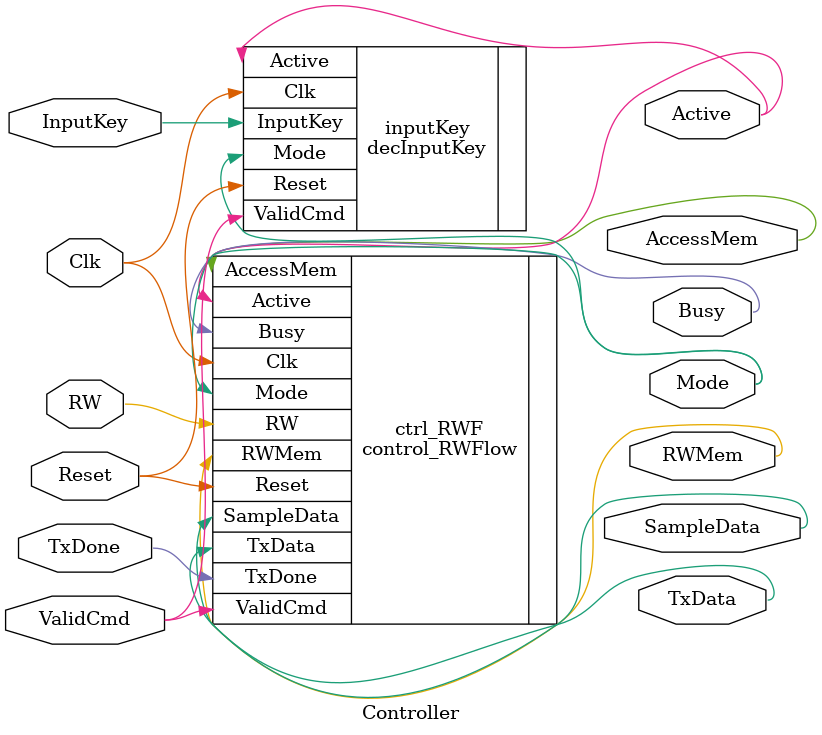
<source format=sv>
`include "decInputKey.sv"
`include "control_RWFlow.sv"

module Controller(
    input InputKey,
    input ValidCmd,
    input RW,
    input TxDone,
    input Clk,
    input Reset,
    output Active,
    output Mode,
    output AccessMem,
    output RWMem,
    output SampleData,
    output TxData,
    output Busy
);

    decInputKey inputKey(
        .InputKey(InputKey),
        .ValidCmd(ValidCmd),
        .Reset(Reset),
        .Clk(Clk),
        .Active(Active),
        .Mode(Mode)
    );
    
    control_RWFlow ctrl_RWF(
        .ValidCmd(ValidCmd),
        .RW(RW),
        .Active(Active),
        .Mode(Mode),
        .TxDone(TxDone),
        .Clk(Clk),
        .Reset(Reset),
        .AccessMem(AccessMem),
        .RWMem(RWMem),
        .SampleData(SampleData),
        .TxData(TxData),
        .Busy(Busy)
    );

endmodule
</source>
